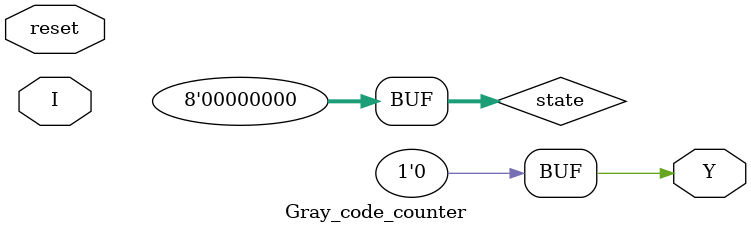
<source format=v>
`timescale 1ns/1ns
module Gray_code_counter(input reset,input I,output reg Y);

parameter S0 = 3'b000,S1 = 3'b001,S2 = 3'b011,S3 = 3'b010;
parameter S4 = 3'b110,S5 = 3'b111,S6 = 3'b101,S7 = 3'b100;

reg [7:0] state ;

//----------reset---------
always @ (reset)
begin
  state <= #1 S0;
  Y <= 0;
end

//-----------state Change----------
always @ (posedge I)
begin : State_change
  case(state)
  S0 : state <= #1 S1;
  
  S1 : state <= #1 S2;

  S2 : state <= #1 S3;

  S3 : state <= #1 S4;

  S4 : state <= #1 S5;

  S5 : state <= #1 S6;

  S6 : state <= #1 S7;

  S7 : state <= #1 S0;

  default : state <= #1 S0;
  endcase
end

//--------Output-------------
always @ (posedge I)
begin : Output
  if (state == S7) begin
  Y <= 1;
  end else begin
  Y <= 0;
  end
end

endmodule
</source>
